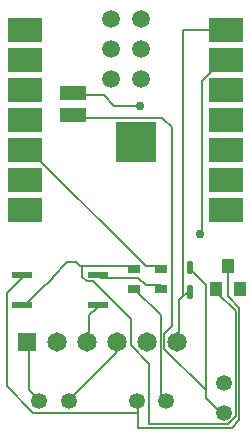
<source format=gtl>
G04 EAGLE Gerber RS-274X export*
G75*
%MOMM*%
%FSLAX34Y34*%
%LPD*%
%INTop Copper*%
%IPPOS*%
%AMOC8*
5,1,8,0,0,1.08239X$1,22.5*%
G01*
G04 Define Apertures*
%ADD10R,1.000000X1.200000*%
%ADD11C,0.260000*%
%ADD12C,1.348000*%
%ADD13R,1.650000X1.650000*%
%ADD14C,1.650000*%
%ADD15R,0.973900X0.798700*%
%ADD16R,3.000000X2.000000*%
%ADD17R,3.500000X3.500000*%
%ADD18C,1.500000*%
%ADD19R,2.300000X1.300000*%
%ADD20R,1.710000X0.630000*%
%ADD21C,0.152400*%
%ADD22C,0.756400*%
D10*
X196850Y765650D03*
X186850Y745650D03*
X206850Y745650D03*
D11*
X162530Y748380D02*
X162530Y739580D01*
X162530Y748380D02*
X165130Y748380D01*
X165130Y739580D01*
X162530Y739580D01*
X162530Y742050D02*
X165130Y742050D01*
X165130Y744520D02*
X162530Y744520D01*
X162530Y746990D02*
X165130Y746990D01*
X165130Y760380D02*
X165130Y769180D01*
X165130Y760380D02*
X162530Y760380D01*
X162530Y769180D01*
X165130Y769180D01*
X165130Y762850D02*
X162530Y762850D01*
X162530Y765320D02*
X165130Y765320D01*
X165130Y767790D02*
X162530Y767790D01*
D12*
X119380Y651510D03*
X144380Y651510D03*
X193040Y641350D03*
X193040Y666350D03*
X36830Y651510D03*
X61830Y651510D03*
D13*
X26670Y701040D03*
D14*
X52070Y701040D03*
X77470Y701040D03*
X102870Y701040D03*
X128270Y701040D03*
X153670Y701040D03*
D15*
X116840Y746228D03*
X116840Y762532D03*
X139700Y746228D03*
X139700Y762532D03*
D16*
X25160Y812800D03*
X25160Y838200D03*
X25160Y863600D03*
X25160Y889000D03*
X25160Y914400D03*
X25160Y939800D03*
X25160Y965200D03*
X195160Y812800D03*
X195160Y838200D03*
X195160Y863600D03*
X195160Y889000D03*
X195160Y914400D03*
X195160Y939800D03*
X195160Y965200D03*
D17*
X118460Y870300D03*
D18*
X97460Y974800D03*
X122860Y974800D03*
X122860Y949400D03*
X97460Y949400D03*
D19*
X65160Y912000D03*
X65160Y893000D03*
D18*
X97460Y924000D03*
X122860Y924000D03*
D20*
X22610Y758190D03*
X22610Y732790D03*
X86610Y758190D03*
X86610Y732790D03*
D21*
X196850Y739775D02*
X196850Y765650D01*
X196850Y739775D02*
X206375Y730250D01*
X206375Y635000D01*
X200025Y628650D01*
X120650Y628650D01*
X120650Y641350D02*
X120650Y650875D01*
X120650Y641350D02*
X120650Y628650D01*
X120650Y650875D02*
X119380Y651510D01*
X22225Y755650D02*
X9525Y742950D01*
X9525Y663575D01*
X31750Y641350D01*
X120650Y641350D01*
X22225Y755650D02*
X22610Y758190D01*
X117475Y746125D02*
X139700Y723900D01*
X139700Y657225D01*
X142875Y654050D01*
X117475Y746125D02*
X116840Y746228D01*
X142875Y654050D02*
X144380Y651510D01*
X114300Y765175D02*
X73025Y765175D01*
X114300Y765175D02*
X116840Y762532D01*
X25400Y733425D02*
X22610Y732790D01*
X187325Y742950D02*
X203200Y727075D01*
X203200Y638175D01*
X196850Y631825D01*
X130175Y631825D01*
X130175Y682625D01*
X114300Y698500D01*
X114300Y720725D01*
X82550Y752475D01*
X186850Y745650D02*
X187325Y742950D01*
X68163Y768486D02*
X60685Y768486D01*
X68163Y768486D02*
X71474Y765175D01*
X73025Y765175D01*
X73025Y763624D01*
X73450Y763199D01*
X48450Y755721D02*
X43163Y750434D01*
X42409Y750434D01*
X48450Y755721D02*
X48450Y756251D01*
X42409Y750434D02*
X25400Y733425D01*
X48450Y756251D02*
X60685Y768486D01*
X73450Y763199D02*
X73450Y756417D01*
X77392Y752475D01*
X82550Y752475D01*
X85725Y730250D02*
X79375Y723900D01*
X79375Y701675D01*
X85725Y730250D02*
X86610Y732790D01*
X79375Y701675D02*
X77470Y701040D01*
D22*
X173192Y792952D03*
D21*
X174625Y794385D01*
X174625Y922098D01*
X192327Y939800D01*
X195160Y939800D01*
X139700Y765175D02*
X127000Y765175D01*
X28575Y863600D01*
X25160Y863600D01*
X139700Y765175D02*
X139700Y762532D01*
X139700Y749300D02*
X127000Y749300D01*
X120650Y755650D01*
X88900Y755650D01*
X139700Y749300D02*
X139700Y746228D01*
X88900Y755650D02*
X86610Y758190D01*
X155575Y736600D02*
X158750Y739775D01*
X161925Y742950D01*
X155575Y736600D02*
X155575Y701675D01*
X161925Y742950D02*
X163830Y743980D01*
X155575Y701675D02*
X153670Y701040D01*
X158750Y965200D02*
X195160Y965200D01*
X158750Y965200D02*
X158750Y739775D01*
X177800Y749300D02*
X165100Y762000D01*
X177800Y660400D02*
X177800Y654050D01*
X177800Y660400D02*
X177800Y749300D01*
X177800Y654050D02*
X190500Y641350D01*
X165100Y762000D02*
X163830Y764780D01*
X190500Y641350D02*
X193040Y641350D01*
X142875Y708025D02*
X149225Y714375D01*
X142875Y708025D02*
X142875Y695325D01*
X177800Y660400D01*
X149225Y714375D02*
X149225Y882848D01*
X140886Y891187D01*
X66973Y891187D01*
X65160Y893000D01*
X69158Y909955D02*
X91440Y909955D01*
X100330Y901065D02*
X121920Y901065D01*
X100330Y901065D02*
X91440Y909955D01*
X69158Y909955D02*
X65160Y912000D01*
D22*
X121920Y901065D03*
D21*
X28575Y660400D02*
X34925Y654050D01*
X28575Y660400D02*
X28575Y698500D01*
X34925Y654050D02*
X36830Y651510D01*
X28575Y698500D02*
X26670Y701040D01*
X63500Y654050D02*
X101600Y692150D01*
X101600Y698500D01*
X63500Y654050D02*
X61830Y651510D01*
X101600Y698500D02*
X102870Y701040D01*
M02*

</source>
